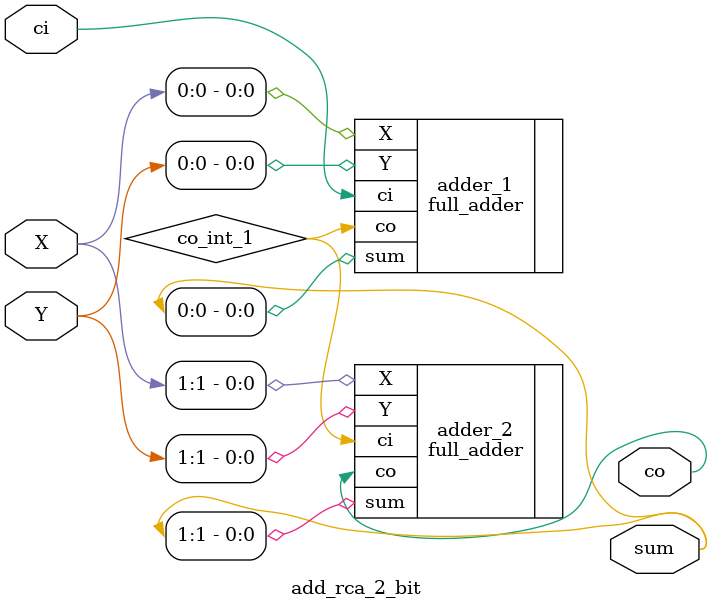
<source format=v>
`timescale 1ns / 1ps
`default_nettype none //helps catch typo-related bugs

module add_rca_2_bit(X,Y,ci,sum,co);
	input wire [1:0] X, Y;
	input wire ci;
	output wire [1:0] sum;
	output wire co;
	wire co_int_1;

	full_adder adder_1 (
		.X  (X[0]),
		.Y  (Y[0]),
		.ci (ci),
		.sum(sum[0]),
		.co (co_int_1)
	);

	full_adder adder_2 (
		.X  (X[1]),
		.Y  (Y[1]),
		.ci (co_int_1),
		.sum(sum[1]),
		.co (co)
	);
	
endmodule
`default_nettype wire //some Xilinx IP requires that the default_nettype be set to wire
</source>
